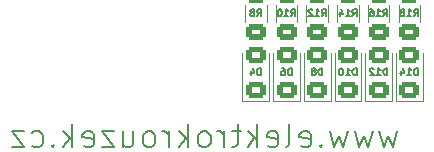
<source format=gbo>
G04 #@! TF.GenerationSoftware,KiCad,Pcbnew,9.0.1*
G04 #@! TF.CreationDate,2025-09-23T20:37:19+02:00*
G04 #@! TF.ProjectId,blikac-smd,626c696b-6163-42d7-936d-642e6b696361,rev?*
G04 #@! TF.SameCoordinates,Original*
G04 #@! TF.FileFunction,Legend,Bot*
G04 #@! TF.FilePolarity,Positive*
%FSLAX46Y46*%
G04 Gerber Fmt 4.6, Leading zero omitted, Abs format (unit mm)*
G04 Created by KiCad (PCBNEW 9.0.1) date 2025-09-23 20:37:19*
%MOMM*%
%LPD*%
G01*
G04 APERTURE LIST*
G04 Aperture macros list*
%AMRoundRect*
0 Rectangle with rounded corners*
0 $1 Rounding radius*
0 $2 $3 $4 $5 $6 $7 $8 $9 X,Y pos of 4 corners*
0 Add a 4 corners polygon primitive as box body*
4,1,4,$2,$3,$4,$5,$6,$7,$8,$9,$2,$3,0*
0 Add four circle primitives for the rounded corners*
1,1,$1+$1,$2,$3*
1,1,$1+$1,$4,$5*
1,1,$1+$1,$6,$7*
1,1,$1+$1,$8,$9*
0 Add four rect primitives between the rounded corners*
20,1,$1+$1,$2,$3,$4,$5,0*
20,1,$1+$1,$4,$5,$6,$7,0*
20,1,$1+$1,$6,$7,$8,$9,0*
20,1,$1+$1,$8,$9,$2,$3,0*%
G04 Aperture macros list end*
%ADD10C,0.200000*%
%ADD11C,0.150000*%
%ADD12C,0.120000*%
%ADD13R,2.000000X2.000000*%
%ADD14R,1.700000X1.700000*%
%ADD15C,1.700000*%
%ADD16O,1.200000X1.900000*%
%ADD17C,1.450000*%
%ADD18RoundRect,0.250001X0.624999X-0.462499X0.624999X0.462499X-0.624999X0.462499X-0.624999X-0.462499X0*%
%ADD19RoundRect,0.250000X0.625000X-0.400000X0.625000X0.400000X-0.625000X0.400000X-0.625000X-0.400000X0*%
G04 APERTURE END LIST*
D10*
X155182707Y-81611504D02*
X154801755Y-82944838D01*
X154801755Y-82944838D02*
X154420802Y-81992457D01*
X154420802Y-81992457D02*
X154039850Y-82944838D01*
X154039850Y-82944838D02*
X153658898Y-81611504D01*
X153087469Y-81611504D02*
X152706517Y-82944838D01*
X152706517Y-82944838D02*
X152325564Y-81992457D01*
X152325564Y-81992457D02*
X151944612Y-82944838D01*
X151944612Y-82944838D02*
X151563660Y-81611504D01*
X150992231Y-81611504D02*
X150611279Y-82944838D01*
X150611279Y-82944838D02*
X150230326Y-81992457D01*
X150230326Y-81992457D02*
X149849374Y-82944838D01*
X149849374Y-82944838D02*
X149468422Y-81611504D01*
X148706517Y-82754361D02*
X148611279Y-82849600D01*
X148611279Y-82849600D02*
X148706517Y-82944838D01*
X148706517Y-82944838D02*
X148801755Y-82849600D01*
X148801755Y-82849600D02*
X148706517Y-82754361D01*
X148706517Y-82754361D02*
X148706517Y-82944838D01*
X146992231Y-82849600D02*
X147182707Y-82944838D01*
X147182707Y-82944838D02*
X147563660Y-82944838D01*
X147563660Y-82944838D02*
X147754136Y-82849600D01*
X147754136Y-82849600D02*
X147849374Y-82659123D01*
X147849374Y-82659123D02*
X147849374Y-81897219D01*
X147849374Y-81897219D02*
X147754136Y-81706742D01*
X147754136Y-81706742D02*
X147563660Y-81611504D01*
X147563660Y-81611504D02*
X147182707Y-81611504D01*
X147182707Y-81611504D02*
X146992231Y-81706742D01*
X146992231Y-81706742D02*
X146896993Y-81897219D01*
X146896993Y-81897219D02*
X146896993Y-82087695D01*
X146896993Y-82087695D02*
X147849374Y-82278171D01*
X145754136Y-82944838D02*
X145944612Y-82849600D01*
X145944612Y-82849600D02*
X146039850Y-82659123D01*
X146039850Y-82659123D02*
X146039850Y-80944838D01*
X144230326Y-82849600D02*
X144420802Y-82944838D01*
X144420802Y-82944838D02*
X144801755Y-82944838D01*
X144801755Y-82944838D02*
X144992231Y-82849600D01*
X144992231Y-82849600D02*
X145087469Y-82659123D01*
X145087469Y-82659123D02*
X145087469Y-81897219D01*
X145087469Y-81897219D02*
X144992231Y-81706742D01*
X144992231Y-81706742D02*
X144801755Y-81611504D01*
X144801755Y-81611504D02*
X144420802Y-81611504D01*
X144420802Y-81611504D02*
X144230326Y-81706742D01*
X144230326Y-81706742D02*
X144135088Y-81897219D01*
X144135088Y-81897219D02*
X144135088Y-82087695D01*
X144135088Y-82087695D02*
X145087469Y-82278171D01*
X143277945Y-82944838D02*
X143277945Y-80944838D01*
X143087469Y-82182933D02*
X142516040Y-82944838D01*
X142516040Y-81611504D02*
X143277945Y-82373409D01*
X141944611Y-81611504D02*
X141182707Y-81611504D01*
X141658897Y-80944838D02*
X141658897Y-82659123D01*
X141658897Y-82659123D02*
X141563659Y-82849600D01*
X141563659Y-82849600D02*
X141373183Y-82944838D01*
X141373183Y-82944838D02*
X141182707Y-82944838D01*
X140516040Y-82944838D02*
X140516040Y-81611504D01*
X140516040Y-81992457D02*
X140420802Y-81801980D01*
X140420802Y-81801980D02*
X140325564Y-81706742D01*
X140325564Y-81706742D02*
X140135088Y-81611504D01*
X140135088Y-81611504D02*
X139944611Y-81611504D01*
X138992231Y-82944838D02*
X139182707Y-82849600D01*
X139182707Y-82849600D02*
X139277945Y-82754361D01*
X139277945Y-82754361D02*
X139373183Y-82563885D01*
X139373183Y-82563885D02*
X139373183Y-81992457D01*
X139373183Y-81992457D02*
X139277945Y-81801980D01*
X139277945Y-81801980D02*
X139182707Y-81706742D01*
X139182707Y-81706742D02*
X138992231Y-81611504D01*
X138992231Y-81611504D02*
X138706516Y-81611504D01*
X138706516Y-81611504D02*
X138516040Y-81706742D01*
X138516040Y-81706742D02*
X138420802Y-81801980D01*
X138420802Y-81801980D02*
X138325564Y-81992457D01*
X138325564Y-81992457D02*
X138325564Y-82563885D01*
X138325564Y-82563885D02*
X138420802Y-82754361D01*
X138420802Y-82754361D02*
X138516040Y-82849600D01*
X138516040Y-82849600D02*
X138706516Y-82944838D01*
X138706516Y-82944838D02*
X138992231Y-82944838D01*
X137468421Y-82944838D02*
X137468421Y-80944838D01*
X137277945Y-82182933D02*
X136706516Y-82944838D01*
X136706516Y-81611504D02*
X137468421Y-82373409D01*
X135849373Y-82944838D02*
X135849373Y-81611504D01*
X135849373Y-81992457D02*
X135754135Y-81801980D01*
X135754135Y-81801980D02*
X135658897Y-81706742D01*
X135658897Y-81706742D02*
X135468421Y-81611504D01*
X135468421Y-81611504D02*
X135277944Y-81611504D01*
X134325564Y-82944838D02*
X134516040Y-82849600D01*
X134516040Y-82849600D02*
X134611278Y-82754361D01*
X134611278Y-82754361D02*
X134706516Y-82563885D01*
X134706516Y-82563885D02*
X134706516Y-81992457D01*
X134706516Y-81992457D02*
X134611278Y-81801980D01*
X134611278Y-81801980D02*
X134516040Y-81706742D01*
X134516040Y-81706742D02*
X134325564Y-81611504D01*
X134325564Y-81611504D02*
X134039849Y-81611504D01*
X134039849Y-81611504D02*
X133849373Y-81706742D01*
X133849373Y-81706742D02*
X133754135Y-81801980D01*
X133754135Y-81801980D02*
X133658897Y-81992457D01*
X133658897Y-81992457D02*
X133658897Y-82563885D01*
X133658897Y-82563885D02*
X133754135Y-82754361D01*
X133754135Y-82754361D02*
X133849373Y-82849600D01*
X133849373Y-82849600D02*
X134039849Y-82944838D01*
X134039849Y-82944838D02*
X134325564Y-82944838D01*
X131944611Y-81611504D02*
X131944611Y-82944838D01*
X132801754Y-81611504D02*
X132801754Y-82659123D01*
X132801754Y-82659123D02*
X132706516Y-82849600D01*
X132706516Y-82849600D02*
X132516040Y-82944838D01*
X132516040Y-82944838D02*
X132230325Y-82944838D01*
X132230325Y-82944838D02*
X132039849Y-82849600D01*
X132039849Y-82849600D02*
X131944611Y-82754361D01*
X131182706Y-81611504D02*
X130135087Y-81611504D01*
X130135087Y-81611504D02*
X131182706Y-82944838D01*
X131182706Y-82944838D02*
X130135087Y-82944838D01*
X128611277Y-82849600D02*
X128801753Y-82944838D01*
X128801753Y-82944838D02*
X129182706Y-82944838D01*
X129182706Y-82944838D02*
X129373182Y-82849600D01*
X129373182Y-82849600D02*
X129468420Y-82659123D01*
X129468420Y-82659123D02*
X129468420Y-81897219D01*
X129468420Y-81897219D02*
X129373182Y-81706742D01*
X129373182Y-81706742D02*
X129182706Y-81611504D01*
X129182706Y-81611504D02*
X128801753Y-81611504D01*
X128801753Y-81611504D02*
X128611277Y-81706742D01*
X128611277Y-81706742D02*
X128516039Y-81897219D01*
X128516039Y-81897219D02*
X128516039Y-82087695D01*
X128516039Y-82087695D02*
X129468420Y-82278171D01*
X127658896Y-82944838D02*
X127658896Y-80944838D01*
X127468420Y-82182933D02*
X126896991Y-82944838D01*
X126896991Y-81611504D02*
X127658896Y-82373409D01*
X126039848Y-82754361D02*
X125944610Y-82849600D01*
X125944610Y-82849600D02*
X126039848Y-82944838D01*
X126039848Y-82944838D02*
X126135086Y-82849600D01*
X126135086Y-82849600D02*
X126039848Y-82754361D01*
X126039848Y-82754361D02*
X126039848Y-82944838D01*
X124230324Y-82849600D02*
X124420800Y-82944838D01*
X124420800Y-82944838D02*
X124801753Y-82944838D01*
X124801753Y-82944838D02*
X124992229Y-82849600D01*
X124992229Y-82849600D02*
X125087467Y-82754361D01*
X125087467Y-82754361D02*
X125182705Y-82563885D01*
X125182705Y-82563885D02*
X125182705Y-81992457D01*
X125182705Y-81992457D02*
X125087467Y-81801980D01*
X125087467Y-81801980D02*
X124992229Y-81706742D01*
X124992229Y-81706742D02*
X124801753Y-81611504D01*
X124801753Y-81611504D02*
X124420800Y-81611504D01*
X124420800Y-81611504D02*
X124230324Y-81706742D01*
X123563657Y-81611504D02*
X122516038Y-81611504D01*
X122516038Y-81611504D02*
X123563657Y-82944838D01*
X123563657Y-82944838D02*
X122516038Y-82944838D01*
D11*
X151728571Y-76869771D02*
X151728571Y-76269771D01*
X151728571Y-76269771D02*
X151585714Y-76269771D01*
X151585714Y-76269771D02*
X151500000Y-76298342D01*
X151500000Y-76298342D02*
X151442857Y-76355485D01*
X151442857Y-76355485D02*
X151414286Y-76412628D01*
X151414286Y-76412628D02*
X151385714Y-76526914D01*
X151385714Y-76526914D02*
X151385714Y-76612628D01*
X151385714Y-76612628D02*
X151414286Y-76726914D01*
X151414286Y-76726914D02*
X151442857Y-76784057D01*
X151442857Y-76784057D02*
X151500000Y-76841200D01*
X151500000Y-76841200D02*
X151585714Y-76869771D01*
X151585714Y-76869771D02*
X151728571Y-76869771D01*
X150814286Y-76869771D02*
X151157143Y-76869771D01*
X150985714Y-76869771D02*
X150985714Y-76269771D01*
X150985714Y-76269771D02*
X151042857Y-76355485D01*
X151042857Y-76355485D02*
X151100000Y-76412628D01*
X151100000Y-76412628D02*
X151157143Y-76441200D01*
X150442857Y-76269771D02*
X150385714Y-76269771D01*
X150385714Y-76269771D02*
X150328571Y-76298342D01*
X150328571Y-76298342D02*
X150300000Y-76326914D01*
X150300000Y-76326914D02*
X150271428Y-76384057D01*
X150271428Y-76384057D02*
X150242857Y-76498342D01*
X150242857Y-76498342D02*
X150242857Y-76641200D01*
X150242857Y-76641200D02*
X150271428Y-76755485D01*
X150271428Y-76755485D02*
X150300000Y-76812628D01*
X150300000Y-76812628D02*
X150328571Y-76841200D01*
X150328571Y-76841200D02*
X150385714Y-76869771D01*
X150385714Y-76869771D02*
X150442857Y-76869771D01*
X150442857Y-76869771D02*
X150500000Y-76841200D01*
X150500000Y-76841200D02*
X150528571Y-76812628D01*
X150528571Y-76812628D02*
X150557142Y-76755485D01*
X150557142Y-76755485D02*
X150585714Y-76641200D01*
X150585714Y-76641200D02*
X150585714Y-76498342D01*
X150585714Y-76498342D02*
X150557142Y-76384057D01*
X150557142Y-76384057D02*
X150528571Y-76326914D01*
X150528571Y-76326914D02*
X150500000Y-76298342D01*
X150500000Y-76298342D02*
X150442857Y-76269771D01*
X148785714Y-71869771D02*
X148985714Y-71584057D01*
X149128571Y-71869771D02*
X149128571Y-71269771D01*
X149128571Y-71269771D02*
X148900000Y-71269771D01*
X148900000Y-71269771D02*
X148842857Y-71298342D01*
X148842857Y-71298342D02*
X148814286Y-71326914D01*
X148814286Y-71326914D02*
X148785714Y-71384057D01*
X148785714Y-71384057D02*
X148785714Y-71469771D01*
X148785714Y-71469771D02*
X148814286Y-71526914D01*
X148814286Y-71526914D02*
X148842857Y-71555485D01*
X148842857Y-71555485D02*
X148900000Y-71584057D01*
X148900000Y-71584057D02*
X149128571Y-71584057D01*
X148214286Y-71869771D02*
X148557143Y-71869771D01*
X148385714Y-71869771D02*
X148385714Y-71269771D01*
X148385714Y-71269771D02*
X148442857Y-71355485D01*
X148442857Y-71355485D02*
X148500000Y-71412628D01*
X148500000Y-71412628D02*
X148557143Y-71441200D01*
X147985714Y-71326914D02*
X147957142Y-71298342D01*
X147957142Y-71298342D02*
X147900000Y-71269771D01*
X147900000Y-71269771D02*
X147757142Y-71269771D01*
X147757142Y-71269771D02*
X147700000Y-71298342D01*
X147700000Y-71298342D02*
X147671428Y-71326914D01*
X147671428Y-71326914D02*
X147642857Y-71384057D01*
X147642857Y-71384057D02*
X147642857Y-71441200D01*
X147642857Y-71441200D02*
X147671428Y-71526914D01*
X147671428Y-71526914D02*
X148014285Y-71869771D01*
X148014285Y-71869771D02*
X147642857Y-71869771D01*
X146242856Y-76869771D02*
X146242856Y-76269771D01*
X146242856Y-76269771D02*
X146099999Y-76269771D01*
X146099999Y-76269771D02*
X146014285Y-76298342D01*
X146014285Y-76298342D02*
X145957142Y-76355485D01*
X145957142Y-76355485D02*
X145928571Y-76412628D01*
X145928571Y-76412628D02*
X145899999Y-76526914D01*
X145899999Y-76526914D02*
X145899999Y-76612628D01*
X145899999Y-76612628D02*
X145928571Y-76726914D01*
X145928571Y-76726914D02*
X145957142Y-76784057D01*
X145957142Y-76784057D02*
X146014285Y-76841200D01*
X146014285Y-76841200D02*
X146099999Y-76869771D01*
X146099999Y-76869771D02*
X146242856Y-76869771D01*
X145385714Y-76269771D02*
X145499999Y-76269771D01*
X145499999Y-76269771D02*
X145557142Y-76298342D01*
X145557142Y-76298342D02*
X145585714Y-76326914D01*
X145585714Y-76326914D02*
X145642856Y-76412628D01*
X145642856Y-76412628D02*
X145671428Y-76526914D01*
X145671428Y-76526914D02*
X145671428Y-76755485D01*
X145671428Y-76755485D02*
X145642856Y-76812628D01*
X145642856Y-76812628D02*
X145614285Y-76841200D01*
X145614285Y-76841200D02*
X145557142Y-76869771D01*
X145557142Y-76869771D02*
X145442856Y-76869771D01*
X145442856Y-76869771D02*
X145385714Y-76841200D01*
X145385714Y-76841200D02*
X145357142Y-76812628D01*
X145357142Y-76812628D02*
X145328571Y-76755485D01*
X145328571Y-76755485D02*
X145328571Y-76612628D01*
X145328571Y-76612628D02*
X145357142Y-76555485D01*
X145357142Y-76555485D02*
X145385714Y-76526914D01*
X145385714Y-76526914D02*
X145442856Y-76498342D01*
X145442856Y-76498342D02*
X145557142Y-76498342D01*
X145557142Y-76498342D02*
X145614285Y-76526914D01*
X145614285Y-76526914D02*
X145642856Y-76555485D01*
X145642856Y-76555485D02*
X145671428Y-76612628D01*
X146185714Y-71869771D02*
X146385714Y-71584057D01*
X146528571Y-71869771D02*
X146528571Y-71269771D01*
X146528571Y-71269771D02*
X146300000Y-71269771D01*
X146300000Y-71269771D02*
X146242857Y-71298342D01*
X146242857Y-71298342D02*
X146214286Y-71326914D01*
X146214286Y-71326914D02*
X146185714Y-71384057D01*
X146185714Y-71384057D02*
X146185714Y-71469771D01*
X146185714Y-71469771D02*
X146214286Y-71526914D01*
X146214286Y-71526914D02*
X146242857Y-71555485D01*
X146242857Y-71555485D02*
X146300000Y-71584057D01*
X146300000Y-71584057D02*
X146528571Y-71584057D01*
X145614286Y-71869771D02*
X145957143Y-71869771D01*
X145785714Y-71869771D02*
X145785714Y-71269771D01*
X145785714Y-71269771D02*
X145842857Y-71355485D01*
X145842857Y-71355485D02*
X145900000Y-71412628D01*
X145900000Y-71412628D02*
X145957143Y-71441200D01*
X145242857Y-71269771D02*
X145185714Y-71269771D01*
X145185714Y-71269771D02*
X145128571Y-71298342D01*
X145128571Y-71298342D02*
X145100000Y-71326914D01*
X145100000Y-71326914D02*
X145071428Y-71384057D01*
X145071428Y-71384057D02*
X145042857Y-71498342D01*
X145042857Y-71498342D02*
X145042857Y-71641200D01*
X145042857Y-71641200D02*
X145071428Y-71755485D01*
X145071428Y-71755485D02*
X145100000Y-71812628D01*
X145100000Y-71812628D02*
X145128571Y-71841200D01*
X145128571Y-71841200D02*
X145185714Y-71869771D01*
X145185714Y-71869771D02*
X145242857Y-71869771D01*
X145242857Y-71869771D02*
X145300000Y-71841200D01*
X145300000Y-71841200D02*
X145328571Y-71812628D01*
X145328571Y-71812628D02*
X145357142Y-71755485D01*
X145357142Y-71755485D02*
X145385714Y-71641200D01*
X145385714Y-71641200D02*
X145385714Y-71498342D01*
X145385714Y-71498342D02*
X145357142Y-71384057D01*
X145357142Y-71384057D02*
X145328571Y-71326914D01*
X145328571Y-71326914D02*
X145300000Y-71298342D01*
X145300000Y-71298342D02*
X145242857Y-71269771D01*
X148842856Y-76869771D02*
X148842856Y-76269771D01*
X148842856Y-76269771D02*
X148699999Y-76269771D01*
X148699999Y-76269771D02*
X148614285Y-76298342D01*
X148614285Y-76298342D02*
X148557142Y-76355485D01*
X148557142Y-76355485D02*
X148528571Y-76412628D01*
X148528571Y-76412628D02*
X148499999Y-76526914D01*
X148499999Y-76526914D02*
X148499999Y-76612628D01*
X148499999Y-76612628D02*
X148528571Y-76726914D01*
X148528571Y-76726914D02*
X148557142Y-76784057D01*
X148557142Y-76784057D02*
X148614285Y-76841200D01*
X148614285Y-76841200D02*
X148699999Y-76869771D01*
X148699999Y-76869771D02*
X148842856Y-76869771D01*
X148157142Y-76526914D02*
X148214285Y-76498342D01*
X148214285Y-76498342D02*
X148242856Y-76469771D01*
X148242856Y-76469771D02*
X148271428Y-76412628D01*
X148271428Y-76412628D02*
X148271428Y-76384057D01*
X148271428Y-76384057D02*
X148242856Y-76326914D01*
X148242856Y-76326914D02*
X148214285Y-76298342D01*
X148214285Y-76298342D02*
X148157142Y-76269771D01*
X148157142Y-76269771D02*
X148042856Y-76269771D01*
X148042856Y-76269771D02*
X147985714Y-76298342D01*
X147985714Y-76298342D02*
X147957142Y-76326914D01*
X147957142Y-76326914D02*
X147928571Y-76384057D01*
X147928571Y-76384057D02*
X147928571Y-76412628D01*
X147928571Y-76412628D02*
X147957142Y-76469771D01*
X147957142Y-76469771D02*
X147985714Y-76498342D01*
X147985714Y-76498342D02*
X148042856Y-76526914D01*
X148042856Y-76526914D02*
X148157142Y-76526914D01*
X148157142Y-76526914D02*
X148214285Y-76555485D01*
X148214285Y-76555485D02*
X148242856Y-76584057D01*
X148242856Y-76584057D02*
X148271428Y-76641200D01*
X148271428Y-76641200D02*
X148271428Y-76755485D01*
X148271428Y-76755485D02*
X148242856Y-76812628D01*
X148242856Y-76812628D02*
X148214285Y-76841200D01*
X148214285Y-76841200D02*
X148157142Y-76869771D01*
X148157142Y-76869771D02*
X148042856Y-76869771D01*
X148042856Y-76869771D02*
X147985714Y-76841200D01*
X147985714Y-76841200D02*
X147957142Y-76812628D01*
X147957142Y-76812628D02*
X147928571Y-76755485D01*
X147928571Y-76755485D02*
X147928571Y-76641200D01*
X147928571Y-76641200D02*
X147957142Y-76584057D01*
X147957142Y-76584057D02*
X147985714Y-76555485D01*
X147985714Y-76555485D02*
X148042856Y-76526914D01*
X156585714Y-71869771D02*
X156785714Y-71584057D01*
X156928571Y-71869771D02*
X156928571Y-71269771D01*
X156928571Y-71269771D02*
X156700000Y-71269771D01*
X156700000Y-71269771D02*
X156642857Y-71298342D01*
X156642857Y-71298342D02*
X156614286Y-71326914D01*
X156614286Y-71326914D02*
X156585714Y-71384057D01*
X156585714Y-71384057D02*
X156585714Y-71469771D01*
X156585714Y-71469771D02*
X156614286Y-71526914D01*
X156614286Y-71526914D02*
X156642857Y-71555485D01*
X156642857Y-71555485D02*
X156700000Y-71584057D01*
X156700000Y-71584057D02*
X156928571Y-71584057D01*
X156014286Y-71869771D02*
X156357143Y-71869771D01*
X156185714Y-71869771D02*
X156185714Y-71269771D01*
X156185714Y-71269771D02*
X156242857Y-71355485D01*
X156242857Y-71355485D02*
X156300000Y-71412628D01*
X156300000Y-71412628D02*
X156357143Y-71441200D01*
X155671428Y-71526914D02*
X155728571Y-71498342D01*
X155728571Y-71498342D02*
X155757142Y-71469771D01*
X155757142Y-71469771D02*
X155785714Y-71412628D01*
X155785714Y-71412628D02*
X155785714Y-71384057D01*
X155785714Y-71384057D02*
X155757142Y-71326914D01*
X155757142Y-71326914D02*
X155728571Y-71298342D01*
X155728571Y-71298342D02*
X155671428Y-71269771D01*
X155671428Y-71269771D02*
X155557142Y-71269771D01*
X155557142Y-71269771D02*
X155500000Y-71298342D01*
X155500000Y-71298342D02*
X155471428Y-71326914D01*
X155471428Y-71326914D02*
X155442857Y-71384057D01*
X155442857Y-71384057D02*
X155442857Y-71412628D01*
X155442857Y-71412628D02*
X155471428Y-71469771D01*
X155471428Y-71469771D02*
X155500000Y-71498342D01*
X155500000Y-71498342D02*
X155557142Y-71526914D01*
X155557142Y-71526914D02*
X155671428Y-71526914D01*
X155671428Y-71526914D02*
X155728571Y-71555485D01*
X155728571Y-71555485D02*
X155757142Y-71584057D01*
X155757142Y-71584057D02*
X155785714Y-71641200D01*
X155785714Y-71641200D02*
X155785714Y-71755485D01*
X155785714Y-71755485D02*
X155757142Y-71812628D01*
X155757142Y-71812628D02*
X155728571Y-71841200D01*
X155728571Y-71841200D02*
X155671428Y-71869771D01*
X155671428Y-71869771D02*
X155557142Y-71869771D01*
X155557142Y-71869771D02*
X155500000Y-71841200D01*
X155500000Y-71841200D02*
X155471428Y-71812628D01*
X155471428Y-71812628D02*
X155442857Y-71755485D01*
X155442857Y-71755485D02*
X155442857Y-71641200D01*
X155442857Y-71641200D02*
X155471428Y-71584057D01*
X155471428Y-71584057D02*
X155500000Y-71555485D01*
X155500000Y-71555485D02*
X155557142Y-71526914D01*
X143642856Y-76869771D02*
X143642856Y-76269771D01*
X143642856Y-76269771D02*
X143499999Y-76269771D01*
X143499999Y-76269771D02*
X143414285Y-76298342D01*
X143414285Y-76298342D02*
X143357142Y-76355485D01*
X143357142Y-76355485D02*
X143328571Y-76412628D01*
X143328571Y-76412628D02*
X143299999Y-76526914D01*
X143299999Y-76526914D02*
X143299999Y-76612628D01*
X143299999Y-76612628D02*
X143328571Y-76726914D01*
X143328571Y-76726914D02*
X143357142Y-76784057D01*
X143357142Y-76784057D02*
X143414285Y-76841200D01*
X143414285Y-76841200D02*
X143499999Y-76869771D01*
X143499999Y-76869771D02*
X143642856Y-76869771D01*
X142785714Y-76469771D02*
X142785714Y-76869771D01*
X142928571Y-76241200D02*
X143071428Y-76669771D01*
X143071428Y-76669771D02*
X142699999Y-76669771D01*
X156928571Y-76869771D02*
X156928571Y-76269771D01*
X156928571Y-76269771D02*
X156785714Y-76269771D01*
X156785714Y-76269771D02*
X156700000Y-76298342D01*
X156700000Y-76298342D02*
X156642857Y-76355485D01*
X156642857Y-76355485D02*
X156614286Y-76412628D01*
X156614286Y-76412628D02*
X156585714Y-76526914D01*
X156585714Y-76526914D02*
X156585714Y-76612628D01*
X156585714Y-76612628D02*
X156614286Y-76726914D01*
X156614286Y-76726914D02*
X156642857Y-76784057D01*
X156642857Y-76784057D02*
X156700000Y-76841200D01*
X156700000Y-76841200D02*
X156785714Y-76869771D01*
X156785714Y-76869771D02*
X156928571Y-76869771D01*
X156014286Y-76869771D02*
X156357143Y-76869771D01*
X156185714Y-76869771D02*
X156185714Y-76269771D01*
X156185714Y-76269771D02*
X156242857Y-76355485D01*
X156242857Y-76355485D02*
X156300000Y-76412628D01*
X156300000Y-76412628D02*
X156357143Y-76441200D01*
X155500000Y-76469771D02*
X155500000Y-76869771D01*
X155642857Y-76241200D02*
X155785714Y-76669771D01*
X155785714Y-76669771D02*
X155414285Y-76669771D01*
X154328571Y-76869771D02*
X154328571Y-76269771D01*
X154328571Y-76269771D02*
X154185714Y-76269771D01*
X154185714Y-76269771D02*
X154100000Y-76298342D01*
X154100000Y-76298342D02*
X154042857Y-76355485D01*
X154042857Y-76355485D02*
X154014286Y-76412628D01*
X154014286Y-76412628D02*
X153985714Y-76526914D01*
X153985714Y-76526914D02*
X153985714Y-76612628D01*
X153985714Y-76612628D02*
X154014286Y-76726914D01*
X154014286Y-76726914D02*
X154042857Y-76784057D01*
X154042857Y-76784057D02*
X154100000Y-76841200D01*
X154100000Y-76841200D02*
X154185714Y-76869771D01*
X154185714Y-76869771D02*
X154328571Y-76869771D01*
X153414286Y-76869771D02*
X153757143Y-76869771D01*
X153585714Y-76869771D02*
X153585714Y-76269771D01*
X153585714Y-76269771D02*
X153642857Y-76355485D01*
X153642857Y-76355485D02*
X153700000Y-76412628D01*
X153700000Y-76412628D02*
X153757143Y-76441200D01*
X153185714Y-76326914D02*
X153157142Y-76298342D01*
X153157142Y-76298342D02*
X153100000Y-76269771D01*
X153100000Y-76269771D02*
X152957142Y-76269771D01*
X152957142Y-76269771D02*
X152900000Y-76298342D01*
X152900000Y-76298342D02*
X152871428Y-76326914D01*
X152871428Y-76326914D02*
X152842857Y-76384057D01*
X152842857Y-76384057D02*
X152842857Y-76441200D01*
X152842857Y-76441200D02*
X152871428Y-76526914D01*
X152871428Y-76526914D02*
X153214285Y-76869771D01*
X153214285Y-76869771D02*
X152842857Y-76869771D01*
X151385714Y-71869771D02*
X151585714Y-71584057D01*
X151728571Y-71869771D02*
X151728571Y-71269771D01*
X151728571Y-71269771D02*
X151500000Y-71269771D01*
X151500000Y-71269771D02*
X151442857Y-71298342D01*
X151442857Y-71298342D02*
X151414286Y-71326914D01*
X151414286Y-71326914D02*
X151385714Y-71384057D01*
X151385714Y-71384057D02*
X151385714Y-71469771D01*
X151385714Y-71469771D02*
X151414286Y-71526914D01*
X151414286Y-71526914D02*
X151442857Y-71555485D01*
X151442857Y-71555485D02*
X151500000Y-71584057D01*
X151500000Y-71584057D02*
X151728571Y-71584057D01*
X150814286Y-71869771D02*
X151157143Y-71869771D01*
X150985714Y-71869771D02*
X150985714Y-71269771D01*
X150985714Y-71269771D02*
X151042857Y-71355485D01*
X151042857Y-71355485D02*
X151100000Y-71412628D01*
X151100000Y-71412628D02*
X151157143Y-71441200D01*
X150300000Y-71469771D02*
X150300000Y-71869771D01*
X150442857Y-71241200D02*
X150585714Y-71669771D01*
X150585714Y-71669771D02*
X150214285Y-71669771D01*
X143299999Y-71869771D02*
X143499999Y-71584057D01*
X143642856Y-71869771D02*
X143642856Y-71269771D01*
X143642856Y-71269771D02*
X143414285Y-71269771D01*
X143414285Y-71269771D02*
X143357142Y-71298342D01*
X143357142Y-71298342D02*
X143328571Y-71326914D01*
X143328571Y-71326914D02*
X143299999Y-71384057D01*
X143299999Y-71384057D02*
X143299999Y-71469771D01*
X143299999Y-71469771D02*
X143328571Y-71526914D01*
X143328571Y-71526914D02*
X143357142Y-71555485D01*
X143357142Y-71555485D02*
X143414285Y-71584057D01*
X143414285Y-71584057D02*
X143642856Y-71584057D01*
X142957142Y-71526914D02*
X143014285Y-71498342D01*
X143014285Y-71498342D02*
X143042856Y-71469771D01*
X143042856Y-71469771D02*
X143071428Y-71412628D01*
X143071428Y-71412628D02*
X143071428Y-71384057D01*
X143071428Y-71384057D02*
X143042856Y-71326914D01*
X143042856Y-71326914D02*
X143014285Y-71298342D01*
X143014285Y-71298342D02*
X142957142Y-71269771D01*
X142957142Y-71269771D02*
X142842856Y-71269771D01*
X142842856Y-71269771D02*
X142785714Y-71298342D01*
X142785714Y-71298342D02*
X142757142Y-71326914D01*
X142757142Y-71326914D02*
X142728571Y-71384057D01*
X142728571Y-71384057D02*
X142728571Y-71412628D01*
X142728571Y-71412628D02*
X142757142Y-71469771D01*
X142757142Y-71469771D02*
X142785714Y-71498342D01*
X142785714Y-71498342D02*
X142842856Y-71526914D01*
X142842856Y-71526914D02*
X142957142Y-71526914D01*
X142957142Y-71526914D02*
X143014285Y-71555485D01*
X143014285Y-71555485D02*
X143042856Y-71584057D01*
X143042856Y-71584057D02*
X143071428Y-71641200D01*
X143071428Y-71641200D02*
X143071428Y-71755485D01*
X143071428Y-71755485D02*
X143042856Y-71812628D01*
X143042856Y-71812628D02*
X143014285Y-71841200D01*
X143014285Y-71841200D02*
X142957142Y-71869771D01*
X142957142Y-71869771D02*
X142842856Y-71869771D01*
X142842856Y-71869771D02*
X142785714Y-71841200D01*
X142785714Y-71841200D02*
X142757142Y-71812628D01*
X142757142Y-71812628D02*
X142728571Y-71755485D01*
X142728571Y-71755485D02*
X142728571Y-71641200D01*
X142728571Y-71641200D02*
X142757142Y-71584057D01*
X142757142Y-71584057D02*
X142785714Y-71555485D01*
X142785714Y-71555485D02*
X142842856Y-71526914D01*
X153985714Y-71869771D02*
X154185714Y-71584057D01*
X154328571Y-71869771D02*
X154328571Y-71269771D01*
X154328571Y-71269771D02*
X154100000Y-71269771D01*
X154100000Y-71269771D02*
X154042857Y-71298342D01*
X154042857Y-71298342D02*
X154014286Y-71326914D01*
X154014286Y-71326914D02*
X153985714Y-71384057D01*
X153985714Y-71384057D02*
X153985714Y-71469771D01*
X153985714Y-71469771D02*
X154014286Y-71526914D01*
X154014286Y-71526914D02*
X154042857Y-71555485D01*
X154042857Y-71555485D02*
X154100000Y-71584057D01*
X154100000Y-71584057D02*
X154328571Y-71584057D01*
X153414286Y-71869771D02*
X153757143Y-71869771D01*
X153585714Y-71869771D02*
X153585714Y-71269771D01*
X153585714Y-71269771D02*
X153642857Y-71355485D01*
X153642857Y-71355485D02*
X153700000Y-71412628D01*
X153700000Y-71412628D02*
X153757143Y-71441200D01*
X152900000Y-71269771D02*
X153014285Y-71269771D01*
X153014285Y-71269771D02*
X153071428Y-71298342D01*
X153071428Y-71298342D02*
X153100000Y-71326914D01*
X153100000Y-71326914D02*
X153157142Y-71412628D01*
X153157142Y-71412628D02*
X153185714Y-71526914D01*
X153185714Y-71526914D02*
X153185714Y-71755485D01*
X153185714Y-71755485D02*
X153157142Y-71812628D01*
X153157142Y-71812628D02*
X153128571Y-71841200D01*
X153128571Y-71841200D02*
X153071428Y-71869771D01*
X153071428Y-71869771D02*
X152957142Y-71869771D01*
X152957142Y-71869771D02*
X152900000Y-71841200D01*
X152900000Y-71841200D02*
X152871428Y-71812628D01*
X152871428Y-71812628D02*
X152842857Y-71755485D01*
X152842857Y-71755485D02*
X152842857Y-71612628D01*
X152842857Y-71612628D02*
X152871428Y-71555485D01*
X152871428Y-71555485D02*
X152900000Y-71526914D01*
X152900000Y-71526914D02*
X152957142Y-71498342D01*
X152957142Y-71498342D02*
X153071428Y-71498342D01*
X153071428Y-71498342D02*
X153128571Y-71526914D01*
X153128571Y-71526914D02*
X153157142Y-71555485D01*
X153157142Y-71555485D02*
X153185714Y-71612628D01*
D12*
X149865000Y-79060000D02*
X149865000Y-75000000D01*
X152135000Y-75000000D02*
X152135000Y-79060000D01*
X152135000Y-79060000D02*
X149865000Y-79060000D01*
X147490000Y-72327064D02*
X147490000Y-70872936D01*
X149310000Y-72327064D02*
X149310000Y-70872936D01*
X144665000Y-79060000D02*
X144665000Y-75000000D01*
X146935000Y-75000000D02*
X146935000Y-79060000D01*
X146935000Y-79060000D02*
X144665000Y-79060000D01*
X144890000Y-72327064D02*
X144890000Y-70872936D01*
X146710000Y-72327064D02*
X146710000Y-70872936D01*
X147265000Y-79060000D02*
X147265000Y-75000000D01*
X149535000Y-75000000D02*
X149535000Y-79060000D01*
X149535000Y-79060000D02*
X147265000Y-79060000D01*
X155290000Y-72327064D02*
X155290000Y-70872936D01*
X157110000Y-72327064D02*
X157110000Y-70872936D01*
X142065000Y-79060000D02*
X142065000Y-75000000D01*
X144335000Y-75000000D02*
X144335000Y-79060000D01*
X144335000Y-79060000D02*
X142065000Y-79060000D01*
X155065000Y-79060000D02*
X155065000Y-75000000D01*
X157335000Y-75000000D02*
X157335000Y-79060000D01*
X157335000Y-79060000D02*
X155065000Y-79060000D01*
X152465000Y-79060000D02*
X152465000Y-75000000D01*
X154735000Y-75000000D02*
X154735000Y-79060000D01*
X154735000Y-79060000D02*
X152465000Y-79060000D01*
X150090000Y-72327064D02*
X150090000Y-70872936D01*
X151910000Y-72327064D02*
X151910000Y-70872936D01*
X142290000Y-72327064D02*
X142290000Y-70872936D01*
X144110000Y-72327064D02*
X144110000Y-70872936D01*
X152690000Y-72327064D02*
X152690000Y-70872936D01*
X154510000Y-72327064D02*
X154510000Y-70872936D01*
%LPC*%
D13*
X126000000Y-86400000D03*
X122800000Y-86400000D03*
D14*
X132060000Y-67200000D03*
D15*
X134600000Y-67200000D03*
X137140000Y-67200000D03*
X139680000Y-67200000D03*
X142220000Y-67200000D03*
X144760000Y-67200000D03*
D16*
X128600000Y-66962500D03*
D17*
X127600000Y-69662500D03*
X122600000Y-69662500D03*
D16*
X121600000Y-66962500D03*
D18*
X151000000Y-78087500D03*
X151000000Y-75112500D03*
D19*
X148400000Y-73150000D03*
X148400000Y-70050000D03*
D18*
X145800000Y-78087500D03*
X145800000Y-75112500D03*
D19*
X145800000Y-73150000D03*
X145800000Y-70050000D03*
D18*
X148400000Y-78087500D03*
X148400000Y-75112500D03*
D19*
X156200000Y-73150000D03*
X156200000Y-70050000D03*
D18*
X143200000Y-78087500D03*
X143200000Y-75112500D03*
X156200000Y-78087500D03*
X156200000Y-75112500D03*
X153600000Y-78087500D03*
X153600000Y-75112500D03*
D19*
X151000000Y-73150000D03*
X151000000Y-70050000D03*
X143200000Y-73150000D03*
X143200000Y-70050000D03*
X153600000Y-73150000D03*
X153600000Y-70050000D03*
%LPD*%
M02*

</source>
